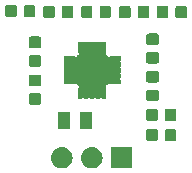
<source format=gts>
G04 #@! TF.GenerationSoftware,KiCad,Pcbnew,(5.1.2)-1*
G04 #@! TF.CreationDate,2020-05-17T13:32:30+09:00*
G04 #@! TF.ProjectId,cs,63732e6b-6963-4616-945f-706362585858,v1.0*
G04 #@! TF.SameCoordinates,Original*
G04 #@! TF.FileFunction,Soldermask,Top*
G04 #@! TF.FilePolarity,Negative*
%FSLAX46Y46*%
G04 Gerber Fmt 4.6, Leading zero omitted, Abs format (unit mm)*
G04 Created by KiCad (PCBNEW (5.1.2)-1) date 2020-05-17 13:32:30*
%MOMM*%
%LPD*%
G04 APERTURE LIST*
%ADD10C,0.100000*%
G04 APERTURE END LIST*
D10*
G36*
X185401000Y-90301000D02*
G01*
X183599000Y-90301000D01*
X183599000Y-88499000D01*
X185401000Y-88499000D01*
X185401000Y-90301000D01*
X185401000Y-90301000D01*
G37*
G36*
X179530442Y-88505518D02*
G01*
X179596627Y-88512037D01*
X179766466Y-88563557D01*
X179922991Y-88647222D01*
X179958729Y-88676552D01*
X180060186Y-88759814D01*
X180143448Y-88861271D01*
X180172778Y-88897009D01*
X180256443Y-89053534D01*
X180307963Y-89223373D01*
X180325359Y-89400000D01*
X180307963Y-89576627D01*
X180256443Y-89746466D01*
X180172778Y-89902991D01*
X180143448Y-89938729D01*
X180060186Y-90040186D01*
X179958729Y-90123448D01*
X179922991Y-90152778D01*
X179766466Y-90236443D01*
X179596627Y-90287963D01*
X179530443Y-90294481D01*
X179464260Y-90301000D01*
X179375740Y-90301000D01*
X179309557Y-90294481D01*
X179243373Y-90287963D01*
X179073534Y-90236443D01*
X178917009Y-90152778D01*
X178881271Y-90123448D01*
X178779814Y-90040186D01*
X178696552Y-89938729D01*
X178667222Y-89902991D01*
X178583557Y-89746466D01*
X178532037Y-89576627D01*
X178514641Y-89400000D01*
X178532037Y-89223373D01*
X178583557Y-89053534D01*
X178667222Y-88897009D01*
X178696552Y-88861271D01*
X178779814Y-88759814D01*
X178881271Y-88676552D01*
X178917009Y-88647222D01*
X179073534Y-88563557D01*
X179243373Y-88512037D01*
X179309558Y-88505518D01*
X179375740Y-88499000D01*
X179464260Y-88499000D01*
X179530442Y-88505518D01*
X179530442Y-88505518D01*
G37*
G36*
X182070442Y-88505518D02*
G01*
X182136627Y-88512037D01*
X182306466Y-88563557D01*
X182462991Y-88647222D01*
X182498729Y-88676552D01*
X182600186Y-88759814D01*
X182683448Y-88861271D01*
X182712778Y-88897009D01*
X182796443Y-89053534D01*
X182847963Y-89223373D01*
X182865359Y-89400000D01*
X182847963Y-89576627D01*
X182796443Y-89746466D01*
X182712778Y-89902991D01*
X182683448Y-89938729D01*
X182600186Y-90040186D01*
X182498729Y-90123448D01*
X182462991Y-90152778D01*
X182306466Y-90236443D01*
X182136627Y-90287963D01*
X182070443Y-90294481D01*
X182004260Y-90301000D01*
X181915740Y-90301000D01*
X181849557Y-90294481D01*
X181783373Y-90287963D01*
X181613534Y-90236443D01*
X181457009Y-90152778D01*
X181421271Y-90123448D01*
X181319814Y-90040186D01*
X181236552Y-89938729D01*
X181207222Y-89902991D01*
X181123557Y-89746466D01*
X181072037Y-89576627D01*
X181054641Y-89400000D01*
X181072037Y-89223373D01*
X181123557Y-89053534D01*
X181207222Y-88897009D01*
X181236552Y-88861271D01*
X181319814Y-88759814D01*
X181421271Y-88676552D01*
X181457009Y-88647222D01*
X181613534Y-88563557D01*
X181783373Y-88512037D01*
X181849558Y-88505518D01*
X181915740Y-88499000D01*
X182004260Y-88499000D01*
X182070442Y-88505518D01*
X182070442Y-88505518D01*
G37*
G36*
X187392591Y-86978085D02*
G01*
X187426569Y-86988393D01*
X187457890Y-87005134D01*
X187485339Y-87027661D01*
X187507866Y-87055110D01*
X187524607Y-87086431D01*
X187534915Y-87120409D01*
X187539000Y-87161890D01*
X187539000Y-87838110D01*
X187534915Y-87879591D01*
X187524607Y-87913569D01*
X187507866Y-87944890D01*
X187485339Y-87972339D01*
X187457890Y-87994866D01*
X187426569Y-88011607D01*
X187392591Y-88021915D01*
X187351110Y-88026000D01*
X186749890Y-88026000D01*
X186708409Y-88021915D01*
X186674431Y-88011607D01*
X186643110Y-87994866D01*
X186615661Y-87972339D01*
X186593134Y-87944890D01*
X186576393Y-87913569D01*
X186566085Y-87879591D01*
X186562000Y-87838110D01*
X186562000Y-87161890D01*
X186566085Y-87120409D01*
X186576393Y-87086431D01*
X186593134Y-87055110D01*
X186615661Y-87027661D01*
X186643110Y-87005134D01*
X186674431Y-86988393D01*
X186708409Y-86978085D01*
X186749890Y-86974000D01*
X187351110Y-86974000D01*
X187392591Y-86978085D01*
X187392591Y-86978085D01*
G37*
G36*
X188967591Y-86978085D02*
G01*
X189001569Y-86988393D01*
X189032890Y-87005134D01*
X189060339Y-87027661D01*
X189082866Y-87055110D01*
X189099607Y-87086431D01*
X189109915Y-87120409D01*
X189114000Y-87161890D01*
X189114000Y-87838110D01*
X189109915Y-87879591D01*
X189099607Y-87913569D01*
X189082866Y-87944890D01*
X189060339Y-87972339D01*
X189032890Y-87994866D01*
X189001569Y-88011607D01*
X188967591Y-88021915D01*
X188926110Y-88026000D01*
X188324890Y-88026000D01*
X188283409Y-88021915D01*
X188249431Y-88011607D01*
X188218110Y-87994866D01*
X188190661Y-87972339D01*
X188168134Y-87944890D01*
X188151393Y-87913569D01*
X188141085Y-87879591D01*
X188137000Y-87838110D01*
X188137000Y-87161890D01*
X188141085Y-87120409D01*
X188151393Y-87086431D01*
X188168134Y-87055110D01*
X188190661Y-87027661D01*
X188218110Y-87005134D01*
X188249431Y-86988393D01*
X188283409Y-86978085D01*
X188324890Y-86974000D01*
X188926110Y-86974000D01*
X188967591Y-86978085D01*
X188967591Y-86978085D01*
G37*
G36*
X181847468Y-85503565D02*
G01*
X181886138Y-85515296D01*
X181921777Y-85534346D01*
X181953017Y-85559983D01*
X181978654Y-85591223D01*
X181997704Y-85626862D01*
X182009435Y-85665532D01*
X182014000Y-85711888D01*
X182014000Y-86788112D01*
X182009435Y-86834468D01*
X181997704Y-86873138D01*
X181978654Y-86908777D01*
X181953017Y-86940017D01*
X181921777Y-86965654D01*
X181886138Y-86984704D01*
X181847468Y-86996435D01*
X181801112Y-87001000D01*
X181149888Y-87001000D01*
X181103532Y-86996435D01*
X181064862Y-86984704D01*
X181029223Y-86965654D01*
X180997983Y-86940017D01*
X180972346Y-86908777D01*
X180953296Y-86873138D01*
X180941565Y-86834468D01*
X180937000Y-86788112D01*
X180937000Y-85711888D01*
X180941565Y-85665532D01*
X180953296Y-85626862D01*
X180972346Y-85591223D01*
X180997983Y-85559983D01*
X181029223Y-85534346D01*
X181064862Y-85515296D01*
X181103532Y-85503565D01*
X181149888Y-85499000D01*
X181801112Y-85499000D01*
X181847468Y-85503565D01*
X181847468Y-85503565D01*
G37*
G36*
X179972468Y-85503565D02*
G01*
X180011138Y-85515296D01*
X180046777Y-85534346D01*
X180078017Y-85559983D01*
X180103654Y-85591223D01*
X180122704Y-85626862D01*
X180134435Y-85665532D01*
X180139000Y-85711888D01*
X180139000Y-86788112D01*
X180134435Y-86834468D01*
X180122704Y-86873138D01*
X180103654Y-86908777D01*
X180078017Y-86940017D01*
X180046777Y-86965654D01*
X180011138Y-86984704D01*
X179972468Y-86996435D01*
X179926112Y-87001000D01*
X179274888Y-87001000D01*
X179228532Y-86996435D01*
X179189862Y-86984704D01*
X179154223Y-86965654D01*
X179122983Y-86940017D01*
X179097346Y-86908777D01*
X179078296Y-86873138D01*
X179066565Y-86834468D01*
X179062000Y-86788112D01*
X179062000Y-85711888D01*
X179066565Y-85665532D01*
X179078296Y-85626862D01*
X179097346Y-85591223D01*
X179122983Y-85559983D01*
X179154223Y-85534346D01*
X179189862Y-85515296D01*
X179228532Y-85503565D01*
X179274888Y-85499000D01*
X179926112Y-85499000D01*
X179972468Y-85503565D01*
X179972468Y-85503565D01*
G37*
G36*
X188967591Y-85253085D02*
G01*
X189001569Y-85263393D01*
X189032890Y-85280134D01*
X189060339Y-85302661D01*
X189082866Y-85330110D01*
X189099607Y-85361431D01*
X189109915Y-85395409D01*
X189114000Y-85436890D01*
X189114000Y-86113110D01*
X189109915Y-86154591D01*
X189099607Y-86188569D01*
X189082866Y-86219890D01*
X189060339Y-86247339D01*
X189032890Y-86269866D01*
X189001569Y-86286607D01*
X188967591Y-86296915D01*
X188926110Y-86301000D01*
X188324890Y-86301000D01*
X188283409Y-86296915D01*
X188249431Y-86286607D01*
X188218110Y-86269866D01*
X188190661Y-86247339D01*
X188168134Y-86219890D01*
X188151393Y-86188569D01*
X188141085Y-86154591D01*
X188137000Y-86113110D01*
X188137000Y-85436890D01*
X188141085Y-85395409D01*
X188151393Y-85361431D01*
X188168134Y-85330110D01*
X188190661Y-85302661D01*
X188218110Y-85280134D01*
X188249431Y-85263393D01*
X188283409Y-85253085D01*
X188324890Y-85249000D01*
X188926110Y-85249000D01*
X188967591Y-85253085D01*
X188967591Y-85253085D01*
G37*
G36*
X187392591Y-85253085D02*
G01*
X187426569Y-85263393D01*
X187457890Y-85280134D01*
X187485339Y-85302661D01*
X187507866Y-85330110D01*
X187524607Y-85361431D01*
X187534915Y-85395409D01*
X187539000Y-85436890D01*
X187539000Y-86113110D01*
X187534915Y-86154591D01*
X187524607Y-86188569D01*
X187507866Y-86219890D01*
X187485339Y-86247339D01*
X187457890Y-86269866D01*
X187426569Y-86286607D01*
X187392591Y-86296915D01*
X187351110Y-86301000D01*
X186749890Y-86301000D01*
X186708409Y-86296915D01*
X186674431Y-86286607D01*
X186643110Y-86269866D01*
X186615661Y-86247339D01*
X186593134Y-86219890D01*
X186576393Y-86188569D01*
X186566085Y-86154591D01*
X186562000Y-86113110D01*
X186562000Y-85436890D01*
X186566085Y-85395409D01*
X186576393Y-85361431D01*
X186593134Y-85330110D01*
X186615661Y-85302661D01*
X186643110Y-85280134D01*
X186674431Y-85263393D01*
X186708409Y-85253085D01*
X186749890Y-85249000D01*
X187351110Y-85249000D01*
X187392591Y-85253085D01*
X187392591Y-85253085D01*
G37*
G36*
X177529591Y-83941085D02*
G01*
X177563569Y-83951393D01*
X177594890Y-83968134D01*
X177622339Y-83990661D01*
X177644866Y-84018110D01*
X177661607Y-84049431D01*
X177671915Y-84083409D01*
X177676000Y-84124890D01*
X177676000Y-84726110D01*
X177671915Y-84767591D01*
X177661607Y-84801569D01*
X177644866Y-84832890D01*
X177622339Y-84860339D01*
X177594890Y-84882866D01*
X177563569Y-84899607D01*
X177529591Y-84909915D01*
X177488110Y-84914000D01*
X176811890Y-84914000D01*
X176770409Y-84909915D01*
X176736431Y-84899607D01*
X176705110Y-84882866D01*
X176677661Y-84860339D01*
X176655134Y-84832890D01*
X176638393Y-84801569D01*
X176628085Y-84767591D01*
X176624000Y-84726110D01*
X176624000Y-84124890D01*
X176628085Y-84083409D01*
X176638393Y-84049431D01*
X176655134Y-84018110D01*
X176677661Y-83990661D01*
X176705110Y-83968134D01*
X176736431Y-83951393D01*
X176770409Y-83941085D01*
X176811890Y-83937000D01*
X177488110Y-83937000D01*
X177529591Y-83941085D01*
X177529591Y-83941085D01*
G37*
G36*
X187479591Y-83641085D02*
G01*
X187513569Y-83651393D01*
X187544890Y-83668134D01*
X187572339Y-83690661D01*
X187594866Y-83718110D01*
X187611607Y-83749431D01*
X187621915Y-83783409D01*
X187626000Y-83824890D01*
X187626000Y-84426110D01*
X187621915Y-84467591D01*
X187611607Y-84501569D01*
X187594866Y-84532890D01*
X187572339Y-84560339D01*
X187544890Y-84582866D01*
X187513569Y-84599607D01*
X187479591Y-84609915D01*
X187438110Y-84614000D01*
X186761890Y-84614000D01*
X186720409Y-84609915D01*
X186686431Y-84599607D01*
X186655110Y-84582866D01*
X186627661Y-84560339D01*
X186605134Y-84532890D01*
X186588393Y-84501569D01*
X186578085Y-84467591D01*
X186574000Y-84426110D01*
X186574000Y-83824890D01*
X186578085Y-83783409D01*
X186588393Y-83749431D01*
X186605134Y-83718110D01*
X186627661Y-83690661D01*
X186655110Y-83668134D01*
X186686431Y-83651393D01*
X186720409Y-83641085D01*
X186761890Y-83637000D01*
X187438110Y-83637000D01*
X187479591Y-83641085D01*
X187479591Y-83641085D01*
G37*
G36*
X181155355Y-79600083D02*
G01*
X181160029Y-79601501D01*
X181164330Y-79603800D01*
X181170702Y-79609029D01*
X181191076Y-79622643D01*
X181213715Y-79632020D01*
X181237749Y-79636800D01*
X181262253Y-79636800D01*
X181286286Y-79632019D01*
X181308925Y-79622642D01*
X181329298Y-79609029D01*
X181335670Y-79603800D01*
X181339971Y-79601501D01*
X181344645Y-79600083D01*
X181355641Y-79599000D01*
X181644359Y-79599000D01*
X181655355Y-79600083D01*
X181660029Y-79601501D01*
X181664330Y-79603800D01*
X181670702Y-79609029D01*
X181691076Y-79622643D01*
X181713715Y-79632020D01*
X181737749Y-79636800D01*
X181762253Y-79636800D01*
X181786286Y-79632019D01*
X181808925Y-79622642D01*
X181829298Y-79609029D01*
X181835670Y-79603800D01*
X181839971Y-79601501D01*
X181844645Y-79600083D01*
X181855641Y-79599000D01*
X182144359Y-79599000D01*
X182155355Y-79600083D01*
X182160029Y-79601501D01*
X182164330Y-79603800D01*
X182170702Y-79609029D01*
X182191076Y-79622643D01*
X182213715Y-79632020D01*
X182237749Y-79636800D01*
X182262253Y-79636800D01*
X182286286Y-79632019D01*
X182308925Y-79622642D01*
X182329298Y-79609029D01*
X182335670Y-79603800D01*
X182339971Y-79601501D01*
X182344645Y-79600083D01*
X182355641Y-79599000D01*
X182644359Y-79599000D01*
X182655355Y-79600083D01*
X182660029Y-79601501D01*
X182664330Y-79603800D01*
X182670702Y-79609029D01*
X182691076Y-79622643D01*
X182713715Y-79632020D01*
X182737749Y-79636800D01*
X182762253Y-79636800D01*
X182786286Y-79632019D01*
X182808925Y-79622642D01*
X182829298Y-79609029D01*
X182835670Y-79603800D01*
X182839971Y-79601501D01*
X182844645Y-79600083D01*
X182855641Y-79599000D01*
X183144359Y-79599000D01*
X183155355Y-79600083D01*
X183160029Y-79601501D01*
X183164331Y-79603800D01*
X183168104Y-79606896D01*
X183171200Y-79610669D01*
X183173499Y-79614971D01*
X183174917Y-79619645D01*
X183176000Y-79630641D01*
X183176000Y-80494359D01*
X183174917Y-80505355D01*
X183173499Y-80510029D01*
X183171202Y-80514327D01*
X183164560Y-80522420D01*
X183150946Y-80542795D01*
X183141569Y-80565433D01*
X183136788Y-80589467D01*
X183136788Y-80613971D01*
X183141568Y-80638004D01*
X183150945Y-80660643D01*
X183164559Y-80681018D01*
X183181885Y-80698345D01*
X183202259Y-80711958D01*
X183229464Y-80726500D01*
X183253651Y-80746349D01*
X183273500Y-80770536D01*
X183288042Y-80797741D01*
X183301656Y-80818115D01*
X183318983Y-80835442D01*
X183339358Y-80849055D01*
X183361997Y-80858432D01*
X183386030Y-80863212D01*
X183410534Y-80863212D01*
X183434568Y-80858431D01*
X183457206Y-80849053D01*
X183477580Y-80835440D01*
X183485673Y-80828798D01*
X183489971Y-80826501D01*
X183494645Y-80825083D01*
X183505641Y-80824000D01*
X184369359Y-80824000D01*
X184380355Y-80825083D01*
X184385029Y-80826501D01*
X184389331Y-80828800D01*
X184393104Y-80831896D01*
X184396200Y-80835669D01*
X184398499Y-80839971D01*
X184399917Y-80844645D01*
X184401000Y-80855641D01*
X184401000Y-81144359D01*
X184399917Y-81155355D01*
X184398499Y-81160029D01*
X184396200Y-81164330D01*
X184390971Y-81170702D01*
X184377357Y-81191076D01*
X184367980Y-81213715D01*
X184363200Y-81237749D01*
X184363200Y-81262253D01*
X184367981Y-81286286D01*
X184377358Y-81308925D01*
X184390971Y-81329298D01*
X184396200Y-81335670D01*
X184398499Y-81339971D01*
X184399917Y-81344645D01*
X184401000Y-81355641D01*
X184401000Y-81644359D01*
X184399917Y-81655355D01*
X184398499Y-81660029D01*
X184396200Y-81664330D01*
X184390971Y-81670702D01*
X184377357Y-81691076D01*
X184367980Y-81713715D01*
X184363200Y-81737749D01*
X184363200Y-81762253D01*
X184367981Y-81786286D01*
X184377358Y-81808925D01*
X184390971Y-81829298D01*
X184396200Y-81835670D01*
X184398499Y-81839971D01*
X184399917Y-81844645D01*
X184401000Y-81855641D01*
X184401000Y-82144359D01*
X184399917Y-82155355D01*
X184398499Y-82160029D01*
X184396200Y-82164330D01*
X184390971Y-82170702D01*
X184377357Y-82191076D01*
X184367980Y-82213715D01*
X184363200Y-82237749D01*
X184363200Y-82262253D01*
X184367981Y-82286286D01*
X184377358Y-82308925D01*
X184390971Y-82329298D01*
X184396200Y-82335670D01*
X184398499Y-82339971D01*
X184399917Y-82344645D01*
X184401000Y-82355641D01*
X184401000Y-82644359D01*
X184399917Y-82655355D01*
X184398499Y-82660029D01*
X184396200Y-82664330D01*
X184390971Y-82670702D01*
X184377357Y-82691076D01*
X184367980Y-82713715D01*
X184363200Y-82737749D01*
X184363200Y-82762253D01*
X184367981Y-82786286D01*
X184377358Y-82808925D01*
X184390971Y-82829298D01*
X184396200Y-82835670D01*
X184398499Y-82839971D01*
X184399917Y-82844645D01*
X184401000Y-82855641D01*
X184401000Y-83144359D01*
X184399917Y-83155355D01*
X184398499Y-83160029D01*
X184396200Y-83164331D01*
X184393104Y-83168104D01*
X184389331Y-83171200D01*
X184385029Y-83173499D01*
X184380355Y-83174917D01*
X184369359Y-83176000D01*
X183505641Y-83176000D01*
X183494645Y-83174917D01*
X183489971Y-83173499D01*
X183485673Y-83171202D01*
X183477580Y-83164560D01*
X183457205Y-83150946D01*
X183434567Y-83141569D01*
X183410533Y-83136788D01*
X183386029Y-83136788D01*
X183361996Y-83141568D01*
X183339357Y-83150945D01*
X183318982Y-83164559D01*
X183301655Y-83181885D01*
X183288042Y-83202259D01*
X183273500Y-83229464D01*
X183253651Y-83253651D01*
X183229464Y-83273500D01*
X183202259Y-83288042D01*
X183181885Y-83301656D01*
X183164558Y-83318983D01*
X183150945Y-83339358D01*
X183141568Y-83361997D01*
X183136788Y-83386030D01*
X183136788Y-83410534D01*
X183141569Y-83434568D01*
X183150947Y-83457206D01*
X183164560Y-83477580D01*
X183171202Y-83485673D01*
X183173499Y-83489971D01*
X183174917Y-83494645D01*
X183176000Y-83505641D01*
X183176000Y-84369359D01*
X183174917Y-84380355D01*
X183173499Y-84385029D01*
X183171200Y-84389331D01*
X183168104Y-84393104D01*
X183164331Y-84396200D01*
X183160029Y-84398499D01*
X183155355Y-84399917D01*
X183144359Y-84401000D01*
X182855641Y-84401000D01*
X182844645Y-84399917D01*
X182839971Y-84398499D01*
X182835670Y-84396200D01*
X182829298Y-84390971D01*
X182808924Y-84377357D01*
X182786285Y-84367980D01*
X182762251Y-84363200D01*
X182737747Y-84363200D01*
X182713714Y-84367981D01*
X182691075Y-84377358D01*
X182670702Y-84390971D01*
X182664330Y-84396200D01*
X182660029Y-84398499D01*
X182655355Y-84399917D01*
X182644359Y-84401000D01*
X182355641Y-84401000D01*
X182344645Y-84399917D01*
X182339971Y-84398499D01*
X182335670Y-84396200D01*
X182329298Y-84390971D01*
X182308924Y-84377357D01*
X182286285Y-84367980D01*
X182262251Y-84363200D01*
X182237747Y-84363200D01*
X182213714Y-84367981D01*
X182191075Y-84377358D01*
X182170702Y-84390971D01*
X182164330Y-84396200D01*
X182160029Y-84398499D01*
X182155355Y-84399917D01*
X182144359Y-84401000D01*
X181855641Y-84401000D01*
X181844645Y-84399917D01*
X181839971Y-84398499D01*
X181835670Y-84396200D01*
X181829298Y-84390971D01*
X181808924Y-84377357D01*
X181786285Y-84367980D01*
X181762251Y-84363200D01*
X181737747Y-84363200D01*
X181713714Y-84367981D01*
X181691075Y-84377358D01*
X181670702Y-84390971D01*
X181664330Y-84396200D01*
X181660029Y-84398499D01*
X181655355Y-84399917D01*
X181644359Y-84401000D01*
X181355641Y-84401000D01*
X181344645Y-84399917D01*
X181339971Y-84398499D01*
X181335670Y-84396200D01*
X181329298Y-84390971D01*
X181308924Y-84377357D01*
X181286285Y-84367980D01*
X181262251Y-84363200D01*
X181237747Y-84363200D01*
X181213714Y-84367981D01*
X181191075Y-84377358D01*
X181170702Y-84390971D01*
X181164330Y-84396200D01*
X181160029Y-84398499D01*
X181155355Y-84399917D01*
X181144359Y-84401000D01*
X180855641Y-84401000D01*
X180844645Y-84399917D01*
X180839971Y-84398499D01*
X180835669Y-84396200D01*
X180831896Y-84393104D01*
X180828800Y-84389331D01*
X180826501Y-84385029D01*
X180825083Y-84380355D01*
X180824000Y-84369359D01*
X180824000Y-83505641D01*
X180825083Y-83494645D01*
X180826501Y-83489971D01*
X180828798Y-83485673D01*
X180835440Y-83477580D01*
X180849054Y-83457205D01*
X180858431Y-83434567D01*
X180863212Y-83410533D01*
X180863212Y-83386029D01*
X180858432Y-83361996D01*
X180849055Y-83339357D01*
X180835441Y-83318982D01*
X180818115Y-83301655D01*
X180797741Y-83288042D01*
X180770536Y-83273500D01*
X180746349Y-83253651D01*
X180726500Y-83229464D01*
X180711958Y-83202259D01*
X180698344Y-83181885D01*
X180681017Y-83164558D01*
X180660642Y-83150945D01*
X180638003Y-83141568D01*
X180613970Y-83136788D01*
X180589466Y-83136788D01*
X180565432Y-83141569D01*
X180542794Y-83150947D01*
X180522420Y-83164560D01*
X180514327Y-83171202D01*
X180510029Y-83173499D01*
X180505355Y-83174917D01*
X180494359Y-83176000D01*
X179630641Y-83176000D01*
X179619645Y-83174917D01*
X179614971Y-83173499D01*
X179610669Y-83171200D01*
X179606896Y-83168104D01*
X179603800Y-83164331D01*
X179601501Y-83160029D01*
X179600083Y-83155355D01*
X179599000Y-83144359D01*
X179599000Y-82855641D01*
X179600083Y-82844645D01*
X179601501Y-82839971D01*
X179603800Y-82835670D01*
X179609029Y-82829298D01*
X179622643Y-82808924D01*
X179632020Y-82786285D01*
X179636800Y-82762251D01*
X179636800Y-82737747D01*
X179632019Y-82713714D01*
X179622642Y-82691075D01*
X179609029Y-82670702D01*
X179603800Y-82664330D01*
X179601501Y-82660029D01*
X179600083Y-82655355D01*
X179599000Y-82644359D01*
X179599000Y-82355641D01*
X179600083Y-82344645D01*
X179601501Y-82339971D01*
X179603800Y-82335670D01*
X179609029Y-82329298D01*
X179622643Y-82308924D01*
X179632020Y-82286285D01*
X179636800Y-82262251D01*
X179636800Y-82237747D01*
X179632019Y-82213714D01*
X179622642Y-82191075D01*
X179609029Y-82170702D01*
X179603800Y-82164330D01*
X179601501Y-82160029D01*
X179600083Y-82155355D01*
X179599000Y-82144359D01*
X179599000Y-81855641D01*
X179600083Y-81844645D01*
X179601501Y-81839971D01*
X179603800Y-81835670D01*
X179609029Y-81829298D01*
X179622643Y-81808924D01*
X179632020Y-81786285D01*
X179636800Y-81762251D01*
X179636800Y-81737747D01*
X179632019Y-81713714D01*
X179622642Y-81691075D01*
X179609029Y-81670702D01*
X179603800Y-81664330D01*
X179601501Y-81660029D01*
X179600083Y-81655355D01*
X179599000Y-81644359D01*
X179599000Y-81355641D01*
X179600083Y-81344645D01*
X179601501Y-81339971D01*
X179603800Y-81335670D01*
X179609029Y-81329298D01*
X179622643Y-81308924D01*
X179632020Y-81286285D01*
X179636800Y-81262251D01*
X179636800Y-81237747D01*
X179632019Y-81213714D01*
X179622642Y-81191075D01*
X179609029Y-81170702D01*
X179603800Y-81164330D01*
X179601501Y-81160029D01*
X179600083Y-81155355D01*
X179599000Y-81144359D01*
X179599000Y-80855641D01*
X179600083Y-80844645D01*
X179601501Y-80839971D01*
X179603800Y-80835669D01*
X179606896Y-80831896D01*
X179610669Y-80828800D01*
X179614971Y-80826501D01*
X179619645Y-80825083D01*
X179630641Y-80824000D01*
X180494359Y-80824000D01*
X180505355Y-80825083D01*
X180510029Y-80826501D01*
X180514327Y-80828798D01*
X180522420Y-80835440D01*
X180542795Y-80849054D01*
X180565433Y-80858431D01*
X180589467Y-80863212D01*
X180613971Y-80863212D01*
X180638004Y-80858432D01*
X180660643Y-80849055D01*
X180681018Y-80835441D01*
X180698345Y-80818115D01*
X180711958Y-80797741D01*
X180726500Y-80770536D01*
X180746349Y-80746349D01*
X180770536Y-80726500D01*
X180797741Y-80711958D01*
X180818115Y-80698344D01*
X180835442Y-80681017D01*
X180849055Y-80660642D01*
X180858432Y-80638003D01*
X180863212Y-80613970D01*
X180863212Y-80589466D01*
X180858431Y-80565432D01*
X180849053Y-80542794D01*
X180835440Y-80522420D01*
X180828798Y-80514327D01*
X180826501Y-80510029D01*
X180825083Y-80505355D01*
X180824000Y-80494359D01*
X180824000Y-79630641D01*
X180825083Y-79619645D01*
X180826501Y-79614971D01*
X180828800Y-79610669D01*
X180831896Y-79606896D01*
X180835669Y-79603800D01*
X180839971Y-79601501D01*
X180844645Y-79600083D01*
X180855641Y-79599000D01*
X181144359Y-79599000D01*
X181155355Y-79600083D01*
X181155355Y-79600083D01*
G37*
G36*
X177529591Y-82366085D02*
G01*
X177563569Y-82376393D01*
X177594890Y-82393134D01*
X177622339Y-82415661D01*
X177644866Y-82443110D01*
X177661607Y-82474431D01*
X177671915Y-82508409D01*
X177676000Y-82549890D01*
X177676000Y-83151110D01*
X177671915Y-83192591D01*
X177661607Y-83226569D01*
X177644866Y-83257890D01*
X177622339Y-83285339D01*
X177594890Y-83307866D01*
X177563569Y-83324607D01*
X177529591Y-83334915D01*
X177488110Y-83339000D01*
X176811890Y-83339000D01*
X176770409Y-83334915D01*
X176736431Y-83324607D01*
X176705110Y-83307866D01*
X176677661Y-83285339D01*
X176655134Y-83257890D01*
X176638393Y-83226569D01*
X176628085Y-83192591D01*
X176624000Y-83151110D01*
X176624000Y-82549890D01*
X176628085Y-82508409D01*
X176638393Y-82474431D01*
X176655134Y-82443110D01*
X176677661Y-82415661D01*
X176705110Y-82393134D01*
X176736431Y-82376393D01*
X176770409Y-82366085D01*
X176811890Y-82362000D01*
X177488110Y-82362000D01*
X177529591Y-82366085D01*
X177529591Y-82366085D01*
G37*
G36*
X187479591Y-82066085D02*
G01*
X187513569Y-82076393D01*
X187544890Y-82093134D01*
X187572339Y-82115661D01*
X187594866Y-82143110D01*
X187611607Y-82174431D01*
X187621915Y-82208409D01*
X187626000Y-82249890D01*
X187626000Y-82851110D01*
X187621915Y-82892591D01*
X187611607Y-82926569D01*
X187594866Y-82957890D01*
X187572339Y-82985339D01*
X187544890Y-83007866D01*
X187513569Y-83024607D01*
X187479591Y-83034915D01*
X187438110Y-83039000D01*
X186761890Y-83039000D01*
X186720409Y-83034915D01*
X186686431Y-83024607D01*
X186655110Y-83007866D01*
X186627661Y-82985339D01*
X186605134Y-82957890D01*
X186588393Y-82926569D01*
X186578085Y-82892591D01*
X186574000Y-82851110D01*
X186574000Y-82249890D01*
X186578085Y-82208409D01*
X186588393Y-82174431D01*
X186605134Y-82143110D01*
X186627661Y-82115661D01*
X186655110Y-82093134D01*
X186686431Y-82076393D01*
X186720409Y-82066085D01*
X186761890Y-82062000D01*
X187438110Y-82062000D01*
X187479591Y-82066085D01*
X187479591Y-82066085D01*
G37*
G36*
X177529591Y-80715085D02*
G01*
X177563569Y-80725393D01*
X177594890Y-80742134D01*
X177622339Y-80764661D01*
X177644866Y-80792110D01*
X177661607Y-80823431D01*
X177671915Y-80857409D01*
X177676000Y-80898890D01*
X177676000Y-81500110D01*
X177671915Y-81541591D01*
X177661607Y-81575569D01*
X177644866Y-81606890D01*
X177622339Y-81634339D01*
X177594890Y-81656866D01*
X177563569Y-81673607D01*
X177529591Y-81683915D01*
X177488110Y-81688000D01*
X176811890Y-81688000D01*
X176770409Y-81683915D01*
X176736431Y-81673607D01*
X176705110Y-81656866D01*
X176677661Y-81634339D01*
X176655134Y-81606890D01*
X176638393Y-81575569D01*
X176628085Y-81541591D01*
X176624000Y-81500110D01*
X176624000Y-80898890D01*
X176628085Y-80857409D01*
X176638393Y-80823431D01*
X176655134Y-80792110D01*
X176677661Y-80764661D01*
X176705110Y-80742134D01*
X176736431Y-80725393D01*
X176770409Y-80715085D01*
X176811890Y-80711000D01*
X177488110Y-80711000D01*
X177529591Y-80715085D01*
X177529591Y-80715085D01*
G37*
G36*
X187479591Y-80465085D02*
G01*
X187513569Y-80475393D01*
X187544890Y-80492134D01*
X187572339Y-80514661D01*
X187594866Y-80542110D01*
X187611607Y-80573431D01*
X187621915Y-80607409D01*
X187626000Y-80648890D01*
X187626000Y-81250110D01*
X187621915Y-81291591D01*
X187611607Y-81325569D01*
X187594866Y-81356890D01*
X187572339Y-81384339D01*
X187544890Y-81406866D01*
X187513569Y-81423607D01*
X187479591Y-81433915D01*
X187438110Y-81438000D01*
X186761890Y-81438000D01*
X186720409Y-81433915D01*
X186686431Y-81423607D01*
X186655110Y-81406866D01*
X186627661Y-81384339D01*
X186605134Y-81356890D01*
X186588393Y-81325569D01*
X186578085Y-81291591D01*
X186574000Y-81250110D01*
X186574000Y-80648890D01*
X186578085Y-80607409D01*
X186588393Y-80573431D01*
X186605134Y-80542110D01*
X186627661Y-80514661D01*
X186655110Y-80492134D01*
X186686431Y-80475393D01*
X186720409Y-80465085D01*
X186761890Y-80461000D01*
X187438110Y-80461000D01*
X187479591Y-80465085D01*
X187479591Y-80465085D01*
G37*
G36*
X177529591Y-79140085D02*
G01*
X177563569Y-79150393D01*
X177594890Y-79167134D01*
X177622339Y-79189661D01*
X177644866Y-79217110D01*
X177661607Y-79248431D01*
X177671915Y-79282409D01*
X177676000Y-79323890D01*
X177676000Y-79925110D01*
X177671915Y-79966591D01*
X177661607Y-80000569D01*
X177644866Y-80031890D01*
X177622339Y-80059339D01*
X177594890Y-80081866D01*
X177563569Y-80098607D01*
X177529591Y-80108915D01*
X177488110Y-80113000D01*
X176811890Y-80113000D01*
X176770409Y-80108915D01*
X176736431Y-80098607D01*
X176705110Y-80081866D01*
X176677661Y-80059339D01*
X176655134Y-80031890D01*
X176638393Y-80000569D01*
X176628085Y-79966591D01*
X176624000Y-79925110D01*
X176624000Y-79323890D01*
X176628085Y-79282409D01*
X176638393Y-79248431D01*
X176655134Y-79217110D01*
X176677661Y-79189661D01*
X176705110Y-79167134D01*
X176736431Y-79150393D01*
X176770409Y-79140085D01*
X176811890Y-79136000D01*
X177488110Y-79136000D01*
X177529591Y-79140085D01*
X177529591Y-79140085D01*
G37*
G36*
X187479591Y-78890085D02*
G01*
X187513569Y-78900393D01*
X187544890Y-78917134D01*
X187572339Y-78939661D01*
X187594866Y-78967110D01*
X187611607Y-78998431D01*
X187621915Y-79032409D01*
X187626000Y-79073890D01*
X187626000Y-79675110D01*
X187621915Y-79716591D01*
X187611607Y-79750569D01*
X187594866Y-79781890D01*
X187572339Y-79809339D01*
X187544890Y-79831866D01*
X187513569Y-79848607D01*
X187479591Y-79858915D01*
X187438110Y-79863000D01*
X186761890Y-79863000D01*
X186720409Y-79858915D01*
X186686431Y-79848607D01*
X186655110Y-79831866D01*
X186627661Y-79809339D01*
X186605134Y-79781890D01*
X186588393Y-79750569D01*
X186578085Y-79716591D01*
X186574000Y-79675110D01*
X186574000Y-79073890D01*
X186578085Y-79032409D01*
X186588393Y-78998431D01*
X186605134Y-78967110D01*
X186627661Y-78939661D01*
X186655110Y-78917134D01*
X186686431Y-78900393D01*
X186720409Y-78890085D01*
X186761890Y-78886000D01*
X187438110Y-78886000D01*
X187479591Y-78890085D01*
X187479591Y-78890085D01*
G37*
G36*
X188292591Y-76553085D02*
G01*
X188326569Y-76563393D01*
X188357890Y-76580134D01*
X188385339Y-76602661D01*
X188407866Y-76630110D01*
X188424607Y-76661431D01*
X188434915Y-76695409D01*
X188439000Y-76736890D01*
X188439000Y-77413110D01*
X188434915Y-77454591D01*
X188424607Y-77488569D01*
X188407866Y-77519890D01*
X188385339Y-77547339D01*
X188357890Y-77569866D01*
X188326569Y-77586607D01*
X188292591Y-77596915D01*
X188251110Y-77601000D01*
X187649890Y-77601000D01*
X187608409Y-77596915D01*
X187574431Y-77586607D01*
X187543110Y-77569866D01*
X187515661Y-77547339D01*
X187493134Y-77519890D01*
X187476393Y-77488569D01*
X187466085Y-77454591D01*
X187462000Y-77413110D01*
X187462000Y-76736890D01*
X187466085Y-76695409D01*
X187476393Y-76661431D01*
X187493134Y-76630110D01*
X187515661Y-76602661D01*
X187543110Y-76580134D01*
X187574431Y-76563393D01*
X187608409Y-76553085D01*
X187649890Y-76549000D01*
X188251110Y-76549000D01*
X188292591Y-76553085D01*
X188292591Y-76553085D01*
G37*
G36*
X189867591Y-76553085D02*
G01*
X189901569Y-76563393D01*
X189932890Y-76580134D01*
X189960339Y-76602661D01*
X189982866Y-76630110D01*
X189999607Y-76661431D01*
X190009915Y-76695409D01*
X190014000Y-76736890D01*
X190014000Y-77413110D01*
X190009915Y-77454591D01*
X189999607Y-77488569D01*
X189982866Y-77519890D01*
X189960339Y-77547339D01*
X189932890Y-77569866D01*
X189901569Y-77586607D01*
X189867591Y-77596915D01*
X189826110Y-77601000D01*
X189224890Y-77601000D01*
X189183409Y-77596915D01*
X189149431Y-77586607D01*
X189118110Y-77569866D01*
X189090661Y-77547339D01*
X189068134Y-77519890D01*
X189051393Y-77488569D01*
X189041085Y-77454591D01*
X189037000Y-77413110D01*
X189037000Y-76736890D01*
X189041085Y-76695409D01*
X189051393Y-76661431D01*
X189068134Y-76630110D01*
X189090661Y-76602661D01*
X189118110Y-76580134D01*
X189149431Y-76563393D01*
X189183409Y-76553085D01*
X189224890Y-76549000D01*
X189826110Y-76549000D01*
X189867591Y-76553085D01*
X189867591Y-76553085D01*
G37*
G36*
X186667591Y-76553085D02*
G01*
X186701569Y-76563393D01*
X186732890Y-76580134D01*
X186760339Y-76602661D01*
X186782866Y-76630110D01*
X186799607Y-76661431D01*
X186809915Y-76695409D01*
X186814000Y-76736890D01*
X186814000Y-77413110D01*
X186809915Y-77454591D01*
X186799607Y-77488569D01*
X186782866Y-77519890D01*
X186760339Y-77547339D01*
X186732890Y-77569866D01*
X186701569Y-77586607D01*
X186667591Y-77596915D01*
X186626110Y-77601000D01*
X186024890Y-77601000D01*
X185983409Y-77596915D01*
X185949431Y-77586607D01*
X185918110Y-77569866D01*
X185890661Y-77547339D01*
X185868134Y-77519890D01*
X185851393Y-77488569D01*
X185841085Y-77454591D01*
X185837000Y-77413110D01*
X185837000Y-76736890D01*
X185841085Y-76695409D01*
X185851393Y-76661431D01*
X185868134Y-76630110D01*
X185890661Y-76602661D01*
X185918110Y-76580134D01*
X185949431Y-76563393D01*
X185983409Y-76553085D01*
X186024890Y-76549000D01*
X186626110Y-76549000D01*
X186667591Y-76553085D01*
X186667591Y-76553085D01*
G37*
G36*
X185092591Y-76553085D02*
G01*
X185126569Y-76563393D01*
X185157890Y-76580134D01*
X185185339Y-76602661D01*
X185207866Y-76630110D01*
X185224607Y-76661431D01*
X185234915Y-76695409D01*
X185239000Y-76736890D01*
X185239000Y-77413110D01*
X185234915Y-77454591D01*
X185224607Y-77488569D01*
X185207866Y-77519890D01*
X185185339Y-77547339D01*
X185157890Y-77569866D01*
X185126569Y-77586607D01*
X185092591Y-77596915D01*
X185051110Y-77601000D01*
X184449890Y-77601000D01*
X184408409Y-77596915D01*
X184374431Y-77586607D01*
X184343110Y-77569866D01*
X184315661Y-77547339D01*
X184293134Y-77519890D01*
X184276393Y-77488569D01*
X184266085Y-77454591D01*
X184262000Y-77413110D01*
X184262000Y-76736890D01*
X184266085Y-76695409D01*
X184276393Y-76661431D01*
X184293134Y-76630110D01*
X184315661Y-76602661D01*
X184343110Y-76580134D01*
X184374431Y-76563393D01*
X184408409Y-76553085D01*
X184449890Y-76549000D01*
X185051110Y-76549000D01*
X185092591Y-76553085D01*
X185092591Y-76553085D01*
G37*
G36*
X180254591Y-76528085D02*
G01*
X180288569Y-76538393D01*
X180319890Y-76555134D01*
X180347339Y-76577661D01*
X180369866Y-76605110D01*
X180386607Y-76636431D01*
X180396915Y-76670409D01*
X180401000Y-76711890D01*
X180401000Y-77388110D01*
X180396915Y-77429591D01*
X180386607Y-77463569D01*
X180369866Y-77494890D01*
X180347339Y-77522339D01*
X180319890Y-77544866D01*
X180288569Y-77561607D01*
X180254591Y-77571915D01*
X180213110Y-77576000D01*
X179611890Y-77576000D01*
X179570409Y-77571915D01*
X179536431Y-77561607D01*
X179505110Y-77544866D01*
X179477661Y-77522339D01*
X179455134Y-77494890D01*
X179438393Y-77463569D01*
X179428085Y-77429591D01*
X179424000Y-77388110D01*
X179424000Y-76711890D01*
X179428085Y-76670409D01*
X179438393Y-76636431D01*
X179455134Y-76605110D01*
X179477661Y-76577661D01*
X179505110Y-76555134D01*
X179536431Y-76538393D01*
X179570409Y-76528085D01*
X179611890Y-76524000D01*
X180213110Y-76524000D01*
X180254591Y-76528085D01*
X180254591Y-76528085D01*
G37*
G36*
X181866591Y-76528085D02*
G01*
X181900569Y-76538393D01*
X181931890Y-76555134D01*
X181959339Y-76577661D01*
X181981866Y-76605110D01*
X181998607Y-76636431D01*
X182008915Y-76670409D01*
X182013000Y-76711890D01*
X182013000Y-77388110D01*
X182008915Y-77429591D01*
X181998607Y-77463569D01*
X181981866Y-77494890D01*
X181959339Y-77522339D01*
X181931890Y-77544866D01*
X181900569Y-77561607D01*
X181866591Y-77571915D01*
X181825110Y-77576000D01*
X181223890Y-77576000D01*
X181182409Y-77571915D01*
X181148431Y-77561607D01*
X181117110Y-77544866D01*
X181089661Y-77522339D01*
X181067134Y-77494890D01*
X181050393Y-77463569D01*
X181040085Y-77429591D01*
X181036000Y-77388110D01*
X181036000Y-76711890D01*
X181040085Y-76670409D01*
X181050393Y-76636431D01*
X181067134Y-76605110D01*
X181089661Y-76577661D01*
X181117110Y-76555134D01*
X181148431Y-76538393D01*
X181182409Y-76528085D01*
X181223890Y-76524000D01*
X181825110Y-76524000D01*
X181866591Y-76528085D01*
X181866591Y-76528085D01*
G37*
G36*
X183441591Y-76528085D02*
G01*
X183475569Y-76538393D01*
X183506890Y-76555134D01*
X183534339Y-76577661D01*
X183556866Y-76605110D01*
X183573607Y-76636431D01*
X183583915Y-76670409D01*
X183588000Y-76711890D01*
X183588000Y-77388110D01*
X183583915Y-77429591D01*
X183573607Y-77463569D01*
X183556866Y-77494890D01*
X183534339Y-77522339D01*
X183506890Y-77544866D01*
X183475569Y-77561607D01*
X183441591Y-77571915D01*
X183400110Y-77576000D01*
X182798890Y-77576000D01*
X182757409Y-77571915D01*
X182723431Y-77561607D01*
X182692110Y-77544866D01*
X182664661Y-77522339D01*
X182642134Y-77494890D01*
X182625393Y-77463569D01*
X182615085Y-77429591D01*
X182611000Y-77388110D01*
X182611000Y-76711890D01*
X182615085Y-76670409D01*
X182625393Y-76636431D01*
X182642134Y-76605110D01*
X182664661Y-76577661D01*
X182692110Y-76555134D01*
X182723431Y-76538393D01*
X182757409Y-76528085D01*
X182798890Y-76524000D01*
X183400110Y-76524000D01*
X183441591Y-76528085D01*
X183441591Y-76528085D01*
G37*
G36*
X178679591Y-76528085D02*
G01*
X178713569Y-76538393D01*
X178744890Y-76555134D01*
X178772339Y-76577661D01*
X178794866Y-76605110D01*
X178811607Y-76636431D01*
X178821915Y-76670409D01*
X178826000Y-76711890D01*
X178826000Y-77388110D01*
X178821915Y-77429591D01*
X178811607Y-77463569D01*
X178794866Y-77494890D01*
X178772339Y-77522339D01*
X178744890Y-77544866D01*
X178713569Y-77561607D01*
X178679591Y-77571915D01*
X178638110Y-77576000D01*
X178036890Y-77576000D01*
X177995409Y-77571915D01*
X177961431Y-77561607D01*
X177930110Y-77544866D01*
X177902661Y-77522339D01*
X177880134Y-77494890D01*
X177863393Y-77463569D01*
X177853085Y-77429591D01*
X177849000Y-77388110D01*
X177849000Y-76711890D01*
X177853085Y-76670409D01*
X177863393Y-76636431D01*
X177880134Y-76605110D01*
X177902661Y-76577661D01*
X177930110Y-76555134D01*
X177961431Y-76538393D01*
X177995409Y-76528085D01*
X178036890Y-76524000D01*
X178638110Y-76524000D01*
X178679591Y-76528085D01*
X178679591Y-76528085D01*
G37*
G36*
X177029591Y-76478085D02*
G01*
X177063569Y-76488393D01*
X177094890Y-76505134D01*
X177122339Y-76527661D01*
X177144866Y-76555110D01*
X177161607Y-76586431D01*
X177171915Y-76620409D01*
X177176000Y-76661890D01*
X177176000Y-77338110D01*
X177171915Y-77379591D01*
X177161607Y-77413569D01*
X177144866Y-77444890D01*
X177122339Y-77472339D01*
X177094890Y-77494866D01*
X177063569Y-77511607D01*
X177029591Y-77521915D01*
X176988110Y-77526000D01*
X176386890Y-77526000D01*
X176345409Y-77521915D01*
X176311431Y-77511607D01*
X176280110Y-77494866D01*
X176252661Y-77472339D01*
X176230134Y-77444890D01*
X176213393Y-77413569D01*
X176203085Y-77379591D01*
X176199000Y-77338110D01*
X176199000Y-76661890D01*
X176203085Y-76620409D01*
X176213393Y-76586431D01*
X176230134Y-76555110D01*
X176252661Y-76527661D01*
X176280110Y-76505134D01*
X176311431Y-76488393D01*
X176345409Y-76478085D01*
X176386890Y-76474000D01*
X176988110Y-76474000D01*
X177029591Y-76478085D01*
X177029591Y-76478085D01*
G37*
G36*
X175454591Y-76478085D02*
G01*
X175488569Y-76488393D01*
X175519890Y-76505134D01*
X175547339Y-76527661D01*
X175569866Y-76555110D01*
X175586607Y-76586431D01*
X175596915Y-76620409D01*
X175601000Y-76661890D01*
X175601000Y-77338110D01*
X175596915Y-77379591D01*
X175586607Y-77413569D01*
X175569866Y-77444890D01*
X175547339Y-77472339D01*
X175519890Y-77494866D01*
X175488569Y-77511607D01*
X175454591Y-77521915D01*
X175413110Y-77526000D01*
X174811890Y-77526000D01*
X174770409Y-77521915D01*
X174736431Y-77511607D01*
X174705110Y-77494866D01*
X174677661Y-77472339D01*
X174655134Y-77444890D01*
X174638393Y-77413569D01*
X174628085Y-77379591D01*
X174624000Y-77338110D01*
X174624000Y-76661890D01*
X174628085Y-76620409D01*
X174638393Y-76586431D01*
X174655134Y-76555110D01*
X174677661Y-76527661D01*
X174705110Y-76505134D01*
X174736431Y-76488393D01*
X174770409Y-76478085D01*
X174811890Y-76474000D01*
X175413110Y-76474000D01*
X175454591Y-76478085D01*
X175454591Y-76478085D01*
G37*
M02*

</source>
